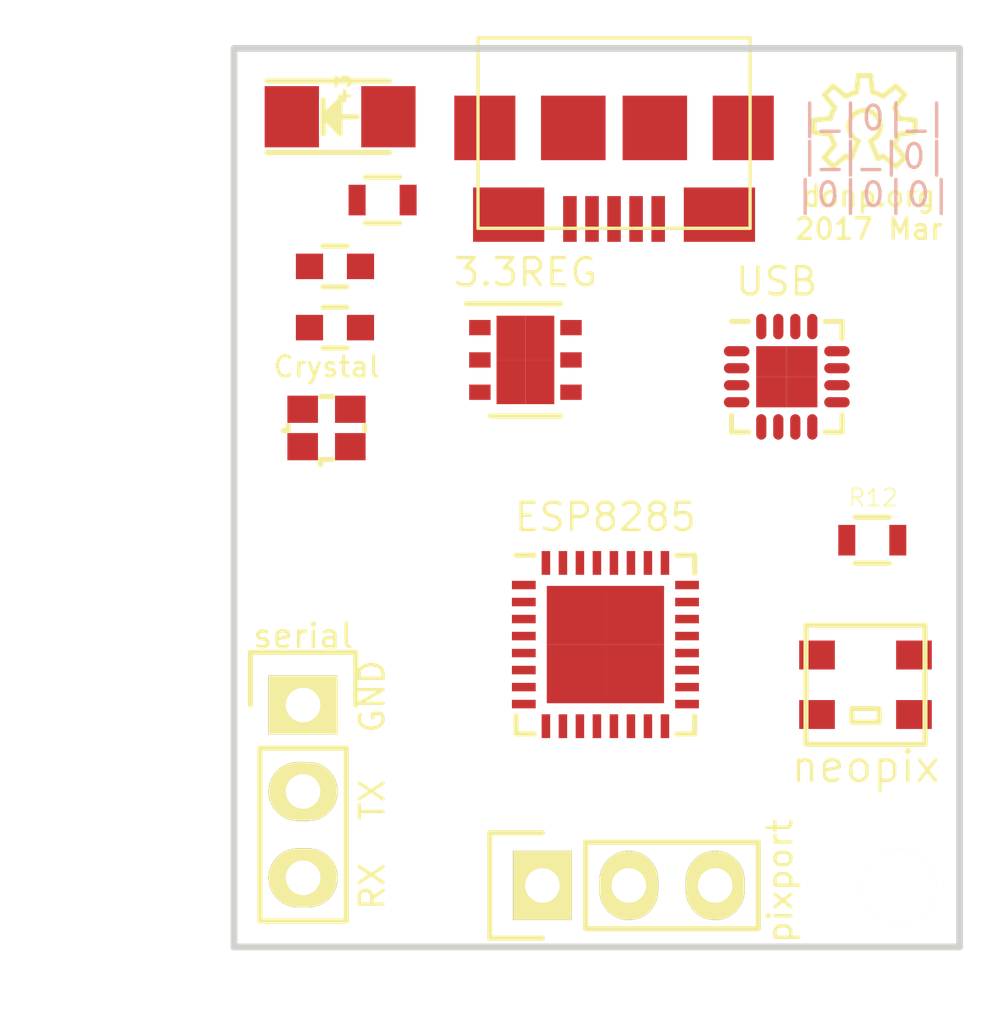
<source format=kicad_pcb>
(kicad_pcb (version 4) (host pcbnew 4.0.5-e0-6337~49~ubuntu16.04.1)

  (general
    (links 0)
    (no_connects 0)
    (area 130.308762 35.5941 160.276192 66.505)
    (thickness 1.6)
    (drawings 10)
    (tracks 0)
    (zones 0)
    (modules 15)
    (nets 1)
  )

  (page A4)
  (layers
    (0 F.Cu signal)
    (31 B.Cu signal)
    (32 B.Adhes user)
    (33 F.Adhes user)
    (34 B.Paste user)
    (35 F.Paste user)
    (36 B.SilkS user)
    (37 F.SilkS user)
    (38 B.Mask user)
    (39 F.Mask user)
    (40 Dwgs.User user)
    (41 Cmts.User user)
    (42 Eco1.User user)
    (43 Eco2.User user)
    (44 Edge.Cuts user)
    (45 Margin user)
    (46 B.CrtYd user)
    (47 F.CrtYd user)
    (48 B.Fab user)
    (49 F.Fab user)
  )

  (setup
    (last_trace_width 0.25)
    (trace_clearance 0.2)
    (zone_clearance 0.508)
    (zone_45_only no)
    (trace_min 0.2)
    (segment_width 0.2)
    (edge_width 0.2)
    (via_size 0.6)
    (via_drill 0.4)
    (via_min_size 0.4)
    (via_min_drill 0.3)
    (uvia_size 0.3)
    (uvia_drill 0.1)
    (uvias_allowed no)
    (uvia_min_size 0.2)
    (uvia_min_drill 0.1)
    (pcb_text_width 0.3)
    (pcb_text_size 1.5 1.5)
    (mod_edge_width 0.15)
    (mod_text_size 1 1)
    (mod_text_width 0.15)
    (pad_size 0.9 0.9)
    (pad_drill 0)
    (pad_to_mask_clearance 0.2)
    (aux_axis_origin 0 0)
    (visible_elements FFFEFF7F)
    (pcbplotparams
      (layerselection 0x010f0_ffffffff)
      (usegerberextensions true)
      (excludeedgelayer true)
      (linewidth 0.100000)
      (plotframeref false)
      (viasonmask false)
      (mode 1)
      (useauxorigin false)
      (hpglpennumber 1)
      (hpglpenspeed 20)
      (hpglpendiameter 15)
      (hpglpenoverlay 2)
      (psnegative false)
      (psa4output false)
      (plotreference true)
      (plotvalue true)
      (plotinvisibletext false)
      (padsonsilk false)
      (subtractmaskfromsilk false)
      (outputformat 1)
      (mirror false)
      (drillshape 0)
      (scaleselection 1)
      (outputdirectory /home/donp/osh/8285))
  )

  (net 0 "")

  (net_class Default "This is the default net class."
    (clearance 0.2)
    (trace_width 0.25)
    (via_dia 0.6)
    (via_drill 0.4)
    (uvia_dia 0.3)
    (uvia_drill 0.1)
  )

  (module Resistors_SMD:R_0603 (layer F.Cu) (tedit 58B31051) (tstamp 58A77A4B)
    (at 150.85 52.05)
    (descr "Resistor SMD 0603, reflow soldering, Vishay (see dcrcw.pdf)")
    (tags "resistor 0603")
    (attr smd)
    (fp_text reference R12 (at 0.026 -1.25) (layer F.SilkS)
      (effects (font (size 0.5 0.5) (thickness 0.05)))
    )
    (fp_text value R_0603 (at 0 1.9) (layer F.Fab)
      (effects (font (size 0.5 0.5) (thickness 0.125)))
    )
    (fp_line (start -1.3 -0.8) (end 1.3 -0.8) (layer F.CrtYd) (width 0.05))
    (fp_line (start -1.3 0.8) (end 1.3 0.8) (layer F.CrtYd) (width 0.05))
    (fp_line (start -1.3 -0.8) (end -1.3 0.8) (layer F.CrtYd) (width 0.05))
    (fp_line (start 1.3 -0.8) (end 1.3 0.8) (layer F.CrtYd) (width 0.05))
    (fp_line (start 0.5 0.675) (end -0.5 0.675) (layer F.SilkS) (width 0.15))
    (fp_line (start -0.5 -0.675) (end 0.5 -0.675) (layer F.SilkS) (width 0.15))
    (pad 1 smd rect (at -0.75 0) (size 0.5 0.9) (layers F.Cu F.Paste F.Mask))
    (pad 2 smd rect (at 0.75 0) (size 0.5 0.9) (layers F.Cu F.Paste F.Mask))
    (model Resistors_SMD.3dshapes/R_0603.wrl
      (at (xyz 0 0 0))
      (scale (xyz 1 1 1))
      (rotate (xyz 0 0 0))
    )
    (model Resistors_SMD.3dshapes/R_0603.wrl
      (at (xyz 0 0 0))
      (scale (xyz 1 1 1))
      (rotate (xyz 0 0 0))
    )
    (model Resistors_SMD.3dshapes/R_0603.wrl
      (at (xyz 0 0 0))
      (scale (xyz 1 1 1))
      (rotate (xyz 0 0 0))
    )
    (model Resistors_SMD.3dshapes/R_0603.wrl
      (at (xyz 0 0 0))
      (scale (xyz 1 1 1))
      (rotate (xyz 0 0 0))
    )
  )

  (module Pin_Headers:Pin_Header_Straight_1x03 (layer F.Cu) (tedit 58B3112C) (tstamp 5857965A)
    (at 141.15 62.2 90)
    (descr "Through hole pin header")
    (tags "pin header")
    (fp_text reference pixport (at 0.127 6.985 90) (layer F.SilkS)
      (effects (font (size 0.7 0.7) (thickness 0.1)))
    )
    (fp_text value "Pin 1x03" (at 0 -3.1 90) (layer F.Fab)
      (effects (font (size 1 1) (thickness 0.15)))
    )
    (fp_line (start -1.75 -1.75) (end -1.75 6.85) (layer F.CrtYd) (width 0.05))
    (fp_line (start 1.75 -1.75) (end 1.75 6.85) (layer F.CrtYd) (width 0.05))
    (fp_line (start -1.75 -1.75) (end 1.75 -1.75) (layer F.CrtYd) (width 0.05))
    (fp_line (start -1.75 6.85) (end 1.75 6.85) (layer F.CrtYd) (width 0.05))
    (fp_line (start -1.27 1.27) (end -1.27 6.35) (layer F.SilkS) (width 0.15))
    (fp_line (start -1.27 6.35) (end 1.27 6.35) (layer F.SilkS) (width 0.15))
    (fp_line (start 1.27 6.35) (end 1.27 1.27) (layer F.SilkS) (width 0.15))
    (fp_line (start 1.55 -1.55) (end 1.55 0) (layer F.SilkS) (width 0.15))
    (fp_line (start 1.27 1.27) (end -1.27 1.27) (layer F.SilkS) (width 0.15))
    (fp_line (start -1.55 0) (end -1.55 -1.55) (layer F.SilkS) (width 0.15))
    (fp_line (start -1.55 -1.55) (end 1.55 -1.55) (layer F.SilkS) (width 0.15))
    (pad 1 thru_hole rect (at 0 0 90) (size 2.032 1.7272) (drill 1.016) (layers *.Cu *.Mask F.SilkS))
    (pad 2 thru_hole oval (at 0 2.54 90) (size 2.032 1.7272) (drill 1.016) (layers *.Cu *.Mask F.SilkS))
    (pad 3 thru_hole oval (at 0 5.08 90) (size 2.032 1.7272) (drill 1.016) (layers *.Cu *.Mask F.SilkS))
    (model Pin_Headers.3dshapes/Pin_Header_Straight_1x03.wrl
      (at (xyz 0 -0.1 0))
      (scale (xyz 1 1 1))
      (rotate (xyz 0 0 90))
    )
    (model Pin_Headers.3dshapes/Pin_Header_Straight_1x03.wrl
      (at (xyz 0 -0.1 0))
      (scale (xyz 1 1 1))
      (rotate (xyz 0 0 90))
    )
    (model Pin_Headers.3dshapes/Pin_Header_Straight_1x03.wrl
      (at (xyz 0 -0.1 0))
      (scale (xyz 1 1 1))
      (rotate (xyz 0 0 90))
    )
    (model Pin_Headers.3dshapes/Pin_Header_Straight_1x03.wrl
      (at (xyz 0 -0.1 0))
      (scale (xyz 1 1 1))
      (rotate (xyz 0 0 90))
    )
  )

  (module Capacitors_SMD:C_0603 (layer F.Cu) (tedit 58570A6C) (tstamp 58570DC9)
    (at 135.05 44)
    (descr "Capacitor SMD 0603, reflow soldering, AVX (see smccp.pdf)")
    (tags "capacitor 0603")
    (attr smd)
    (fp_text reference "" (at 0 -1.9) (layer F.SilkS)
      (effects (font (size 1 1) (thickness 0.15)))
    )
    (fp_text value C_0603 (at 0 1.9) (layer F.Fab)
      (effects (font (size 1 1) (thickness 0.15)))
    )
    (fp_line (start -0.8 0.4) (end -0.8 -0.4) (layer F.Fab) (width 0.15))
    (fp_line (start 0.8 0.4) (end -0.8 0.4) (layer F.Fab) (width 0.15))
    (fp_line (start 0.8 -0.4) (end 0.8 0.4) (layer F.Fab) (width 0.15))
    (fp_line (start -0.8 -0.4) (end 0.8 -0.4) (layer F.Fab) (width 0.15))
    (fp_line (start -1.45 -0.75) (end 1.45 -0.75) (layer F.CrtYd) (width 0.05))
    (fp_line (start -1.45 0.75) (end 1.45 0.75) (layer F.CrtYd) (width 0.05))
    (fp_line (start -1.45 -0.75) (end -1.45 0.75) (layer F.CrtYd) (width 0.05))
    (fp_line (start 1.45 -0.75) (end 1.45 0.75) (layer F.CrtYd) (width 0.05))
    (fp_line (start -0.35 -0.6) (end 0.35 -0.6) (layer F.SilkS) (width 0.15))
    (fp_line (start 0.35 0.6) (end -0.35 0.6) (layer F.SilkS) (width 0.15))
    (pad 1 smd rect (at -0.75 0) (size 0.8 0.75) (layers F.Cu F.Paste F.Mask))
    (pad 2 smd rect (at 0.75 0) (size 0.8 0.75) (layers F.Cu F.Paste F.Mask))
    (model Capacitors_SMD.3dshapes/C_0603.wrl
      (at (xyz 0 0 0))
      (scale (xyz 1 1 1))
      (rotate (xyz 0 0 0))
    )
  )

  (module Mounting_Holes:MountingHole_2.2mm_M2 (layer F.Cu) (tedit 57F1B85D) (tstamp 57BE41E9)
    (at 151.638 62.23)
    (descr "Mounting Hole 2.2mm, no annular, M2")
    (tags "mounting hole 2.2mm no annular m2")
    (fp_text reference "" (at 0 -3.2) (layer F.SilkS)
      (effects (font (size 1 1) (thickness 0.15)))
    )
    (fp_text value Hole_M2 (at 0 3.2) (layer F.Fab)
      (effects (font (size 1 1) (thickness 0.15)))
    )
    (fp_circle (center 0 0) (end 2.2 0) (layer Cmts.User) (width 0.15))
    (fp_circle (center 0 0) (end 2.45 0) (layer F.CrtYd) (width 0.05))
    (pad 1 np_thru_hole circle (at 0 0) (size 2.2 2.2) (drill 2.2) (layers *.Cu *.Mask F.SilkS))
  )

  (module Housings_DFN_QFN:QFN-16-1EP_3x3mm_Pitch0.5mm (layer F.Cu) (tedit 58B30E1A) (tstamp 57DCE270)
    (at 148.336 47.244)
    (descr "16-Lead Plastic Quad Flat, No Lead Package (NG) - 3x3x0.9 mm Body [QFN]; (see Microchip Packaging Specification 00000049BS.pdf)")
    (tags "QFN 0.5")
    (attr smd)
    (fp_text reference USB (at -0.3 -2.8) (layer F.SilkS)
      (effects (font (size 0.8 0.8) (thickness 0.1)))
    )
    (fp_text value QFN-16-3x3 (at 0 2.85) (layer F.Fab)
      (effects (font (size 1 1) (thickness 0.15)))
    )
    (fp_line (start -2.1 -2.1) (end -2.1 2.1) (layer F.CrtYd) (width 0.05))
    (fp_line (start 2.1 -2.1) (end 2.1 2.1) (layer F.CrtYd) (width 0.05))
    (fp_line (start -2.1 -2.1) (end 2.1 -2.1) (layer F.CrtYd) (width 0.05))
    (fp_line (start -2.1 2.1) (end 2.1 2.1) (layer F.CrtYd) (width 0.05))
    (fp_line (start 1.625 -1.625) (end 1.625 -1.125) (layer F.SilkS) (width 0.15))
    (fp_line (start -1.625 1.625) (end -1.625 1.125) (layer F.SilkS) (width 0.15))
    (fp_line (start 1.625 1.625) (end 1.625 1.125) (layer F.SilkS) (width 0.15))
    (fp_line (start -1.625 -1.625) (end -1.125 -1.625) (layer F.SilkS) (width 0.15))
    (fp_line (start -1.625 1.625) (end -1.125 1.625) (layer F.SilkS) (width 0.15))
    (fp_line (start 1.625 1.625) (end 1.125 1.625) (layer F.SilkS) (width 0.15))
    (fp_line (start 1.625 -1.625) (end 1.125 -1.625) (layer F.SilkS) (width 0.15))
    (pad 1 smd oval (at -1.475 -0.75) (size 0.75 0.3) (layers F.Cu F.Paste F.Mask))
    (pad 2 smd oval (at -1.475 -0.25) (size 0.75 0.3) (layers F.Cu F.Paste F.Mask))
    (pad 3 smd oval (at -1.475 0.25) (size 0.75 0.3) (layers F.Cu F.Paste F.Mask))
    (pad 4 smd oval (at -1.475 0.75) (size 0.75 0.3) (layers F.Cu F.Paste F.Mask))
    (pad 5 smd oval (at -0.75 1.475 90) (size 0.75 0.3) (layers F.Cu F.Paste F.Mask))
    (pad 6 smd oval (at -0.25 1.475 90) (size 0.75 0.3) (layers F.Cu F.Paste F.Mask))
    (pad 7 smd oval (at 0.25 1.475 90) (size 0.75 0.3) (layers F.Cu F.Paste F.Mask))
    (pad 8 smd oval (at 0.75 1.475 90) (size 0.75 0.3) (layers F.Cu F.Paste F.Mask))
    (pad 9 smd oval (at 1.475 0.75) (size 0.75 0.3) (layers F.Cu F.Paste F.Mask))
    (pad 10 smd oval (at 1.475 0.25) (size 0.75 0.3) (layers F.Cu F.Paste F.Mask))
    (pad 11 smd oval (at 1.475 -0.25) (size 0.75 0.3) (layers F.Cu F.Paste F.Mask))
    (pad 12 smd oval (at 1.475 -0.75) (size 0.75 0.3) (layers F.Cu F.Paste F.Mask))
    (pad 13 smd oval (at 0.75 -1.475 90) (size 0.75 0.3) (layers F.Cu F.Paste F.Mask))
    (pad 14 smd oval (at 0.25 -1.475 90) (size 0.75 0.3) (layers F.Cu F.Paste F.Mask))
    (pad 15 smd oval (at -0.25 -1.475 90) (size 0.75 0.3) (layers F.Cu F.Paste F.Mask))
    (pad 16 smd oval (at -0.75 -1.475 90) (size 0.75 0.3) (layers F.Cu F.Paste F.Mask))
    (pad 17 smd rect (at 0.45 0.45) (size 0.9 0.9) (layers F.Cu F.Paste F.Mask)
      (solder_paste_margin_ratio -0.2))
    (pad 17 smd rect (at 0.45 -0.45) (size 0.9 0.9) (layers F.Cu F.Paste F.Mask)
      (solder_paste_margin_ratio -0.2))
    (pad 17 smd rect (at -0.45 0.45) (size 0.9 0.9) (layers F.Cu F.Paste F.Mask)
      (solder_paste_margin_ratio -0.2))
    (pad 17 smd rect (at -0.45 -0.45) (size 0.9 0.9) (layers F.Cu F.Paste F.Mask)
      (solder_paste_margin_ratio -0.2))
    (model Housings_DFN_QFN.3dshapes/QFN-16-1EP_3x3mm_Pitch0.5mm.wrl
      (at (xyz 0 0 0))
      (scale (xyz 1 1 1))
      (rotate (xyz 0 0 0))
    )
    (model Housings_DFN_QFN.3dshapes/QFN-16-1EP_3x3mm_Pitch0.5mm.wrl
      (at (xyz 0 0 0))
      (scale (xyz 1 1 1))
      (rotate (xyz 0 0 0))
    )
    (model Housings_DFN_QFN.3dshapes/QFN-16-1EP_3x3mm_Pitch0.5mm.wrl
      (at (xyz 0 0 0))
      (scale (xyz 1 1 1))
      (rotate (xyz 0 0 0))
    )
    (model Housings_DFN_QFN.3dshapes/QFN-16-1EP_3x3mm_Pitch0.5mm.wrl
      (at (xyz 0 0 0))
      (scale (xyz 1 1 1))
      (rotate (xyz 0 0 0))
    )
    (model Housings_DFN_QFN.3dshapes/QFN-16-1EP_3x3mm_Pitch0.5mm.wrl
      (at (xyz 0 0 0))
      (scale (xyz 1 1 1))
      (rotate (xyz 0 0 0))
    )
    (model Housings_DFN_QFN.3dshapes/QFN-16-1EP_3x3mm_Pitch0.5mm.wrl
      (at (xyz 0 0 0))
      (scale (xyz 1 1 1))
      (rotate (xyz 0 0 0))
    )
    (model Housings_DFN_QFN.3dshapes/QFN-16-1EP_3x3mm_Pitch0.5mm.wrl
      (at (xyz 0 0 0))
      (scale (xyz 1 1 1))
      (rotate (xyz 0 0 0))
    )
    (model Housings_DFN_QFN.3dshapes/QFN-16-1EP_3x3mm_Pitch0.5mm.wrl
      (at (xyz 0 0 0))
      (scale (xyz 1 1 1))
      (rotate (xyz 0 0 0))
    )
    (model Housings_DFN_QFN.3dshapes/QFN-16-1EP_3x3mm_Pitch0.5mm.wrl
      (at (xyz 0 0 0))
      (scale (xyz 1 1 1))
      (rotate (xyz 0 0 0))
    )
    (model Housings_DFN_QFN.3dshapes/QFN-16-1EP_3x3mm_Pitch0.5mm.wrl
      (at (xyz 0 0 0))
      (scale (xyz 1 1 1))
      (rotate (xyz 0 0 0))
    )
    (model Housings_DFN_QFN.3dshapes/QFN-16-1EP_3x3mm_Pitch0.5mm.wrl
      (at (xyz 0 0 0))
      (scale (xyz 1 1 1))
      (rotate (xyz 0 0 0))
    )
    (model Housings_DFN_QFN.3dshapes/QFN-16-1EP_3x3mm_Pitch0.5mm.wrl
      (at (xyz 0 0 0))
      (scale (xyz 1 1 1))
      (rotate (xyz 0 0 0))
    )
    (model Housings_DFN_QFN.3dshapes/QFN-16-1EP_3x3mm_Pitch0.5mm.wrl
      (at (xyz 0 0 0))
      (scale (xyz 1 1 1))
      (rotate (xyz 0 0 0))
    )
    (model Housings_DFN_QFN.3dshapes/QFN-16-1EP_3x3mm_Pitch0.5mm.wrl
      (at (xyz 0 0 0))
      (scale (xyz 1 1 1))
      (rotate (xyz 0 0 0))
    )
    (model Housings_DFN_QFN.3dshapes/QFN-16-1EP_3x3mm_Pitch0.5mm.wrl
      (at (xyz 0 0 0))
      (scale (xyz 1 1 1))
      (rotate (xyz 0 0 0))
    )
    (model Housings_DFN_QFN.3dshapes/QFN-16-1EP_3x3mm_Pitch0.5mm.wrl
      (at (xyz 0 0 0))
      (scale (xyz 1 1 1))
      (rotate (xyz 0 0 0))
    )
    (model Housings_DFN_QFN.3dshapes/QFN-16-1EP_3x3mm_Pitch0.5mm.wrl
      (at (xyz 0 0 0))
      (scale (xyz 1 1 1))
      (rotate (xyz 0 0 0))
    )
    (model Housings_DFN_QFN.3dshapes/QFN-16-1EP_3x3mm_Pitch0.5mm.wrl
      (at (xyz 0 0 0))
      (scale (xyz 1 1 1))
      (rotate (xyz 0 0 0))
    )
    (model Housings_DFN_QFN.3dshapes/QFN-16-1EP_3x3mm_Pitch0.5mm.wrl
      (at (xyz 0 0 0))
      (scale (xyz 1 1 1))
      (rotate (xyz 0 0 0))
    )
    (model Housings_DFN_QFN.3dshapes/QFN-16-1EP_3x3mm_Pitch0.5mm.wrl
      (at (xyz 0 0 0))
      (scale (xyz 1 1 1))
      (rotate (xyz 0 0 0))
    )
    (model Housings_DFN_QFN.3dshapes/QFN-16-1EP_3x3mm_Pitch0.5mm.wrl
      (at (xyz 0 0 0))
      (scale (xyz 1 1 1))
      (rotate (xyz 0 0 0))
    )
    (model Housings_DFN_QFN.3dshapes/QFN-16-1EP_3x3mm_Pitch0.5mm.wrl
      (at (xyz 0 0 0))
      (scale (xyz 1 1 1))
      (rotate (xyz 0 0 0))
    )
    (model Housings_DFN_QFN.3dshapes/QFN-16-1EP_3x3mm_Pitch0.5mm.wrl
      (at (xyz 0 0 0))
      (scale (xyz 1 1 1))
      (rotate (xyz 0 0 0))
    )
    (model Housings_DFN_QFN.3dshapes/QFN-16-1EP_3x3mm_Pitch0.5mm.wrl
      (at (xyz 0 0 0))
      (scale (xyz 1 1 1))
      (rotate (xyz 0 0 0))
    )
    (model Housings_DFN_QFN.3dshapes/QFN-16-1EP_3x3mm_Pitch0.5mm.wrl
      (at (xyz 0 0 0))
      (scale (xyz 1 1 1))
      (rotate (xyz 0 0 0))
    )
    (model Housings_DFN_QFN.3dshapes/QFN-16-1EP_3x3mm_Pitch0.5mm.wrl
      (at (xyz 0 0 0))
      (scale (xyz 1 1 1))
      (rotate (xyz 0 0 0))
    )
    (model Housings_DFN_QFN.3dshapes/QFN-16-1EP_3x3mm_Pitch0.5mm.wrl
      (at (xyz 0 0 0))
      (scale (xyz 1 1 1))
      (rotate (xyz 0 0 0))
    )
    (model Housings_DFN_QFN.3dshapes/QFN-16-1EP_3x3mm_Pitch0.5mm.wrl
      (at (xyz 0 0 0))
      (scale (xyz 1 1 1))
      (rotate (xyz 0 0 0))
    )
    (model Housings_DFN_QFN.3dshapes/QFN-16-1EP_3x3mm_Pitch0.5mm.wrl
      (at (xyz 0 0 0))
      (scale (xyz 1 1 1))
      (rotate (xyz 0 0 0))
    )
    (model Housings_DFN_QFN.3dshapes/QFN-16-1EP_3x3mm_Pitch0.5mm.wrl
      (at (xyz 0 0 0))
      (scale (xyz 1 1 1))
      (rotate (xyz 0 0 0))
    )
    (model Housings_DFN_QFN.3dshapes/QFN-16-1EP_3x3mm_Pitch0.5mm.wrl
      (at (xyz 0 0 0))
      (scale (xyz 1 1 1))
      (rotate (xyz 0 0 0))
    )
    (model Housings_DFN_QFN.3dshapes/QFN-16-1EP_3x3mm_Pitch0.5mm.wrl
      (at (xyz 0 0 0))
      (scale (xyz 1 1 1))
      (rotate (xyz 0 0 0))
    )
  )

  (module Resistors_SMD:R_0603 (layer F.Cu) (tedit 57B8D37B) (tstamp 577AC355)
    (at 136.45 42.05)
    (descr "Resistor SMD 0603, reflow soldering, Vishay (see dcrcw.pdf)")
    (tags "resistor 0603")
    (attr smd)
    (fp_text reference "" (at 0 -1.9) (layer F.SilkS)
      (effects (font (size 1 1) (thickness 0.15)))
    )
    (fp_text value R_0603 (at 0 1.9) (layer F.Fab)
      (effects (font (size 0.5 0.5) (thickness 0.125)))
    )
    (fp_line (start -1.3 -0.8) (end 1.3 -0.8) (layer F.CrtYd) (width 0.05))
    (fp_line (start -1.3 0.8) (end 1.3 0.8) (layer F.CrtYd) (width 0.05))
    (fp_line (start -1.3 -0.8) (end -1.3 0.8) (layer F.CrtYd) (width 0.05))
    (fp_line (start 1.3 -0.8) (end 1.3 0.8) (layer F.CrtYd) (width 0.05))
    (fp_line (start 0.5 0.675) (end -0.5 0.675) (layer F.SilkS) (width 0.15))
    (fp_line (start -0.5 -0.675) (end 0.5 -0.675) (layer F.SilkS) (width 0.15))
    (pad 1 smd rect (at -0.75 0) (size 0.5 0.9) (layers F.Cu F.Paste F.Mask))
    (pad 2 smd rect (at 0.75 0) (size 0.5 0.9) (layers F.Cu F.Paste F.Mask))
    (model Resistors_SMD.3dshapes/R_0603.wrl
      (at (xyz 0 0 0))
      (scale (xyz 1 1 1))
      (rotate (xyz 0 0 0))
    )
    (model Resistors_SMD.3dshapes/R_0603.wrl
      (at (xyz 0 0 0))
      (scale (xyz 1 1 1))
      (rotate (xyz 0 0 0))
    )
    (model Resistors_SMD.3dshapes/R_0603.wrl
      (at (xyz 0 0 0))
      (scale (xyz 1 1 1))
      (rotate (xyz 0 0 0))
    )
    (model Resistors_SMD.3dshapes/R_0603.wrl
      (at (xyz 0 0 0))
      (scale (xyz 1 1 1))
      (rotate (xyz 0 0 0))
    )
  )

  (module aalay:aalay-OSHW_LOGO_S (layer F.Cu) (tedit 200000) (tstamp 57B820CA)
    (at 150.622 39.878)
    (attr virtual)
    (fp_text reference "" (at 0 0) (layer F.SilkS)
      (effects (font (thickness 0.15)))
    )
    (fp_text value "" (at 0 0) (layer F.SilkS)
      (effects (font (thickness 0.15)))
    )
    (fp_line (start 0.3937 0.9525) (end 0.5461 0.87376) (layer F.SilkS) (width 0.14986))
    (fp_line (start 0.5461 0.87376) (end 0.92202 1.1811) (layer F.SilkS) (width 0.14986))
    (fp_line (start 0.92202 1.1811) (end 1.1811 0.92202) (layer F.SilkS) (width 0.14986))
    (fp_line (start 1.1811 0.92202) (end 0.87376 0.5461) (layer F.SilkS) (width 0.14986))
    (fp_line (start 0.87376 0.5461) (end 0.9525 0.3937) (layer F.SilkS) (width 0.14986))
    (fp_line (start 0.9525 0.3937) (end 1.0033 0.23114) (layer F.SilkS) (width 0.14986))
    (fp_line (start 1.0033 0.23114) (end 1.48844 0.18034) (layer F.SilkS) (width 0.14986))
    (fp_line (start 1.48844 0.18034) (end 1.48844 -0.18034) (layer F.SilkS) (width 0.14986))
    (fp_line (start 1.48844 -0.18034) (end 1.0033 -0.23114) (layer F.SilkS) (width 0.14986))
    (fp_line (start 1.0033 -0.23114) (end 0.9525 -0.3937) (layer F.SilkS) (width 0.14986))
    (fp_line (start 0.9525 -0.3937) (end 0.87376 -0.5461) (layer F.SilkS) (width 0.14986))
    (fp_line (start 0.87376 -0.5461) (end 1.1811 -0.92202) (layer F.SilkS) (width 0.14986))
    (fp_line (start 1.1811 -0.92202) (end 0.92202 -1.1811) (layer F.SilkS) (width 0.14986))
    (fp_line (start 0.92202 -1.1811) (end 0.5461 -0.87376) (layer F.SilkS) (width 0.14986))
    (fp_line (start 0.5461 -0.87376) (end 0.3937 -0.9525) (layer F.SilkS) (width 0.14986))
    (fp_line (start 0.3937 -0.9525) (end 0.23114 -1.0033) (layer F.SilkS) (width 0.14986))
    (fp_line (start 0.23114 -1.0033) (end 0.18034 -1.48844) (layer F.SilkS) (width 0.14986))
    (fp_line (start 0.18034 -1.48844) (end -0.18034 -1.48844) (layer F.SilkS) (width 0.14986))
    (fp_line (start -0.18034 -1.48844) (end -0.23114 -1.0033) (layer F.SilkS) (width 0.14986))
    (fp_line (start -0.23114 -1.0033) (end -0.3937 -0.9525) (layer F.SilkS) (width 0.14986))
    (fp_line (start -0.3937 -0.9525) (end -0.5461 -0.87376) (layer F.SilkS) (width 0.14986))
    (fp_line (start -0.5461 -0.87376) (end -0.92202 -1.1811) (layer F.SilkS) (width 0.14986))
    (fp_line (start -0.92202 -1.1811) (end -1.1811 -0.92202) (layer F.SilkS) (width 0.14986))
    (fp_line (start -1.1811 -0.92202) (end -0.87376 -0.5461) (layer F.SilkS) (width 0.14986))
    (fp_line (start -0.87376 -0.5461) (end -0.9525 -0.3937) (layer F.SilkS) (width 0.14986))
    (fp_line (start -0.9525 -0.3937) (end -1.0033 -0.23114) (layer F.SilkS) (width 0.14986))
    (fp_line (start -1.0033 -0.23114) (end -1.48844 -0.18034) (layer F.SilkS) (width 0.14986))
    (fp_line (start -1.48844 -0.18034) (end -1.48844 0.18034) (layer F.SilkS) (width 0.14986))
    (fp_line (start -1.48844 0.18034) (end -1.0033 0.23114) (layer F.SilkS) (width 0.14986))
    (fp_line (start -1.0033 0.23114) (end -0.9525 0.3937) (layer F.SilkS) (width 0.14986))
    (fp_line (start -0.9525 0.3937) (end -0.87376 0.5461) (layer F.SilkS) (width 0.14986))
    (fp_line (start -0.87376 0.5461) (end -1.1811 0.92202) (layer F.SilkS) (width 0.14986))
    (fp_line (start -1.1811 0.92202) (end -0.92202 1.1811) (layer F.SilkS) (width 0.14986))
    (fp_line (start -0.92202 1.1811) (end -0.5461 0.87376) (layer F.SilkS) (width 0.14986))
    (fp_line (start -0.5461 0.87376) (end -0.3937 0.9525) (layer F.SilkS) (width 0.14986))
    (fp_line (start -0.3937 0.9525) (end -0.1778 0.4318) (layer F.SilkS) (width 0.14986))
    (fp_line (start -0.1778 0.4318) (end -0.27432 0.37846) (layer F.SilkS) (width 0.14986))
    (fp_line (start -0.27432 0.37846) (end -0.3556 0.30226) (layer F.SilkS) (width 0.14986))
    (fp_line (start -0.3556 0.30226) (end -0.41656 0.21082) (layer F.SilkS) (width 0.14986))
    (fp_line (start -0.41656 0.21082) (end -0.45466 0.10922) (layer F.SilkS) (width 0.14986))
    (fp_line (start -0.45466 0.10922) (end -0.46736 0) (layer F.SilkS) (width 0.14986))
    (fp_line (start -0.46736 0) (end -0.45466 -0.10922) (layer F.SilkS) (width 0.14986))
    (fp_line (start -0.45466 -0.10922) (end -0.41402 -0.2159) (layer F.SilkS) (width 0.14986))
    (fp_line (start -0.41402 -0.2159) (end -0.35052 -0.30734) (layer F.SilkS) (width 0.14986))
    (fp_line (start -0.35052 -0.30734) (end -0.2667 -0.38354) (layer F.SilkS) (width 0.14986))
    (fp_line (start -0.2667 -0.38354) (end -0.16764 -0.43434) (layer F.SilkS) (width 0.14986))
    (fp_line (start -0.16764 -0.43434) (end -0.06096 -0.46228) (layer F.SilkS) (width 0.14986))
    (fp_line (start -0.06096 -0.46228) (end 0.0508 -0.46482) (layer F.SilkS) (width 0.14986))
    (fp_line (start 0.0508 -0.46482) (end 0.16002 -0.43942) (layer F.SilkS) (width 0.14986))
    (fp_line (start 0.16002 -0.43942) (end 0.25908 -0.38862) (layer F.SilkS) (width 0.14986))
    (fp_line (start 0.25908 -0.38862) (end 0.34544 -0.31496) (layer F.SilkS) (width 0.14986))
    (fp_line (start 0.34544 -0.31496) (end 0.40894 -0.22352) (layer F.SilkS) (width 0.14986))
    (fp_line (start 0.40894 -0.22352) (end 0.45212 -0.11938) (layer F.SilkS) (width 0.14986))
    (fp_line (start 0.45212 -0.11938) (end 0.46736 -0.01016) (layer F.SilkS) (width 0.14986))
    (fp_line (start 0.46736 -0.01016) (end 0.4572 0.09906) (layer F.SilkS) (width 0.14986))
    (fp_line (start 0.4572 0.09906) (end 0.4191 0.20574) (layer F.SilkS) (width 0.14986))
    (fp_line (start 0.4191 0.20574) (end 0.35814 0.29972) (layer F.SilkS) (width 0.14986))
    (fp_line (start 0.35814 0.29972) (end 0.27686 0.37592) (layer F.SilkS) (width 0.14986))
    (fp_line (start 0.27686 0.37592) (end 0.1778 0.4318) (layer F.SilkS) (width 0.14986))
    (fp_line (start 0.1778 0.4318) (end 0.3937 0.9525) (layer F.SilkS) (width 0.14986))
  )

  (module open-project:MICRO-B_USB (layer F.Cu) (tedit 57D01EBE) (tstamp 57BAEA7E)
    (at 143.256 38.481 180)
    (fp_text reference "" (at 0 -5.842 180) (layer F.SilkS)
      (effects (font (size 0.762 0.762) (thickness 0.127)))
    )
    (fp_text value "" (at -0.05 2.09 180) (layer F.SilkS)
      (effects (font (size 0.762 0.762) (thickness 0.127)))
    )
    (fp_line (start -4.0005 1.00076) (end -4.0005 1.19888) (layer F.SilkS) (width 0.09906))
    (fp_line (start 4.0005 1.00076) (end 4.0005 1.19888) (layer F.SilkS) (width 0.09906))
    (fp_line (start -4.0005 -4.39928) (end 4.0005 -4.39928) (layer F.SilkS) (width 0.09906))
    (fp_line (start 4.0005 -4.39928) (end 4.0005 1.00076) (layer F.SilkS) (width 0.09906))
    (fp_line (start 4.0005 1.19888) (end -4.0005 1.19888) (layer F.SilkS) (width 0.09906))
    (fp_line (start -4.0005 1.00076) (end -4.0005 -4.39928) (layer F.SilkS) (width 0.09906))
    (pad "" smd rect (at -1.19888 -1.4478 180) (size 1.89738 1.89738) (layers F.Cu F.Paste F.Mask))
    (pad "" smd rect (at 1.19888 -1.4478 180) (size 1.89992 1.89738) (layers F.Cu F.Paste F.Mask))
    (pad "" smd rect (at 3.79984 -1.4478 180) (size 1.79578 1.89738) (layers F.Cu F.Paste F.Mask))
    (pad "" smd rect (at -3.0988 -3.99796 180) (size 2.0955 1.59766) (layers F.Cu F.Paste F.Mask))
    (pad +5 smd rect (at -1.29794 -4.12496 180) (size 0.39878 1.3462) (layers F.Cu F.Paste F.Mask)
      (clearance 0.2032))
    (pad D- smd rect (at -0.6477 -4.12496 180) (size 0.39878 1.3462) (layers F.Cu F.Paste F.Mask)
      (clearance 0.2032))
    (pad D+ smd rect (at 0 -4.12496 180) (size 0.39878 1.3462) (layers F.Cu F.Paste F.Mask)
      (clearance 0.2032))
    (pad ID smd rect (at 0.6477 -4.12496 180) (size 0.39878 1.3462) (layers F.Cu F.Paste F.Mask)
      (clearance 0.2032))
    (pad GND smd rect (at 1.29794 -4.12496 180) (size 0.39878 1.3462) (layers F.Cu F.Paste F.Mask)
      (clearance 0.2032))
    (pad "" smd rect (at 3.0988 -3.99796 180) (size 2.0955 1.59766) (layers F.Cu F.Paste F.Mask))
    (pad "" smd rect (at -3.79984 -1.4478 180) (size 1.79578 1.89738) (layers F.Cu F.Paste F.Mask))
  )

  (module Housings_DFN_QFN:QFN-32-1EP_5x5mm_Pitch0.5mm (layer F.Cu) (tedit 57F1B521) (tstamp 57D2341D)
    (at 143.002 55.118)
    (descr "UH Package; 32-Lead Plastic QFN (5mm x 5mm); (see Linear Technology QFN_32_05-08-1693.pdf)")
    (tags "QFN 0.5")
    (attr smd)
    (fp_text reference ESP8285 (at 0 -3.75) (layer F.SilkS)
      (effects (font (size 0.8 0.8) (thickness 0.1)))
    )
    (fp_text value QFN-32-5x5 (at 0 3.75) (layer F.Fab)
      (effects (font (size 1 1) (thickness 0.15)))
    )
    (fp_line (start -3 -3) (end -3 3) (layer F.CrtYd) (width 0.05))
    (fp_line (start 3 -3) (end 3 3) (layer F.CrtYd) (width 0.05))
    (fp_line (start -3 -3) (end 3 -3) (layer F.CrtYd) (width 0.05))
    (fp_line (start -3 3) (end 3 3) (layer F.CrtYd) (width 0.05))
    (fp_line (start 2.625 -2.625) (end 2.625 -2.1) (layer F.SilkS) (width 0.15))
    (fp_line (start -2.625 2.625) (end -2.625 2.1) (layer F.SilkS) (width 0.15))
    (fp_line (start 2.625 2.625) (end 2.625 2.1) (layer F.SilkS) (width 0.15))
    (fp_line (start -2.625 -2.625) (end -2.1 -2.625) (layer F.SilkS) (width 0.15))
    (fp_line (start -2.625 2.625) (end -2.1 2.625) (layer F.SilkS) (width 0.15))
    (fp_line (start 2.625 2.625) (end 2.1 2.625) (layer F.SilkS) (width 0.15))
    (fp_line (start 2.625 -2.625) (end 2.1 -2.625) (layer F.SilkS) (width 0.15))
    (pad 1 smd rect (at -2.4 -1.75) (size 0.7 0.25) (layers F.Cu F.Paste F.Mask))
    (pad 2 smd rect (at -2.4 -1.25) (size 0.7 0.25) (layers F.Cu F.Paste F.Mask))
    (pad 3 smd rect (at -2.4 -0.75) (size 0.7 0.25) (layers F.Cu F.Paste F.Mask))
    (pad 4 smd rect (at -2.4 -0.25) (size 0.7 0.25) (layers F.Cu F.Paste F.Mask))
    (pad 5 smd rect (at -2.4 0.25) (size 0.7 0.25) (layers F.Cu F.Paste F.Mask))
    (pad 6 smd rect (at -2.4 0.75) (size 0.7 0.25) (layers F.Cu F.Paste F.Mask))
    (pad 7 smd rect (at -2.4 1.25) (size 0.7 0.25) (layers F.Cu F.Paste F.Mask))
    (pad 8 smd rect (at -2.4 1.75) (size 0.7 0.25) (layers F.Cu F.Paste F.Mask))
    (pad 9 smd rect (at -1.75 2.4 90) (size 0.7 0.25) (layers F.Cu F.Paste F.Mask))
    (pad 10 smd rect (at -1.25 2.4 90) (size 0.7 0.25) (layers F.Cu F.Paste F.Mask))
    (pad 11 smd rect (at -0.75 2.4 90) (size 0.7 0.25) (layers F.Cu F.Paste F.Mask))
    (pad 12 smd rect (at -0.25 2.4 90) (size 0.7 0.25) (layers F.Cu F.Paste F.Mask))
    (pad 13 smd rect (at 0.25 2.4 90) (size 0.7 0.25) (layers F.Cu F.Paste F.Mask))
    (pad 14 smd rect (at 0.75 2.4 90) (size 0.7 0.25) (layers F.Cu F.Paste F.Mask))
    (pad 15 smd rect (at 1.25 2.4 90) (size 0.7 0.25) (layers F.Cu F.Paste F.Mask))
    (pad 16 smd rect (at 1.75 2.4 90) (size 0.7 0.25) (layers F.Cu F.Paste F.Mask))
    (pad 17 smd rect (at 2.4 1.75) (size 0.7 0.25) (layers F.Cu F.Paste F.Mask))
    (pad 18 smd rect (at 2.4 1.25) (size 0.7 0.25) (layers F.Cu F.Paste F.Mask))
    (pad 19 smd rect (at 2.4 0.75) (size 0.7 0.25) (layers F.Cu F.Paste F.Mask))
    (pad 20 smd rect (at 2.4 0.25) (size 0.7 0.25) (layers F.Cu F.Paste F.Mask))
    (pad 21 smd rect (at 2.4 -0.25) (size 0.7 0.25) (layers F.Cu F.Paste F.Mask))
    (pad 22 smd rect (at 2.4 -0.75) (size 0.7 0.25) (layers F.Cu F.Paste F.Mask))
    (pad 23 smd rect (at 2.4 -1.25) (size 0.7 0.25) (layers F.Cu F.Paste F.Mask))
    (pad 24 smd rect (at 2.4 -1.75) (size 0.7 0.25) (layers F.Cu F.Paste F.Mask))
    (pad 25 smd rect (at 1.75 -2.4 90) (size 0.7 0.25) (layers F.Cu F.Paste F.Mask))
    (pad 26 smd rect (at 1.25 -2.4 90) (size 0.7 0.25) (layers F.Cu F.Paste F.Mask))
    (pad 27 smd rect (at 0.75 -2.4 90) (size 0.7 0.25) (layers F.Cu F.Paste F.Mask))
    (pad 28 smd rect (at 0.25 -2.4 90) (size 0.7 0.25) (layers F.Cu F.Paste F.Mask))
    (pad 29 smd rect (at -0.25 -2.4 90) (size 0.7 0.25) (layers F.Cu F.Paste F.Mask))
    (pad 30 smd rect (at -0.75 -2.4 90) (size 0.7 0.25) (layers F.Cu F.Paste F.Mask))
    (pad 31 smd rect (at -1.25 -2.4 90) (size 0.7 0.25) (layers F.Cu F.Paste F.Mask))
    (pad 32 smd rect (at -1.75 -2.4 90) (size 0.7 0.25) (layers F.Cu F.Paste F.Mask))
    (pad 33 smd rect (at 0.8625 0.8625) (size 1.725 1.725) (layers F.Cu F.Paste F.Mask)
      (solder_paste_margin_ratio -0.2))
    (pad 33 smd rect (at 0.8625 -0.8625) (size 1.725 1.725) (layers F.Cu F.Paste F.Mask)
      (solder_paste_margin_ratio -0.2))
    (pad 33 smd rect (at -0.8625 0.8625) (size 1.725 1.725) (layers F.Cu F.Paste F.Mask)
      (solder_paste_margin_ratio -0.2))
    (pad 33 smd rect (at -0.8625 -0.8625) (size 1.725 1.725) (layers F.Cu F.Paste F.Mask)
      (solder_paste_margin_ratio -0.2))
    (model Housings_DFN_QFN.3dshapes/QFN-32-1EP_5x5mm_Pitch0.5mm.wrl
      (at (xyz 0 0 0))
      (scale (xyz 1 1 1))
      (rotate (xyz 0 0 0))
    )
  )

  (module Housings_DFN_QFN:DFN-6-1EP_3x3mm_Pitch0.95mm (layer F.Cu) (tedit 57F00E74) (tstamp 57D568BC)
    (at 140.65 46.75)
    (descr "DFN6 3*3 MM, 0.95 PITCH; CASE 506AH-01 (see ON Semiconductor 506AH.PDF)")
    (tags "DFN 0.95")
    (attr smd)
    (fp_text reference 3.3REG (at 0 -2.575) (layer F.SilkS)
      (effects (font (size 0.8 0.8) (thickness 0.1)))
    )
    (fp_text value MIC5524-3.3YMT-TZ (at 0 2.575) (layer F.Fab)
      (effects (font (size 1 1) (thickness 0.15)))
    )
    (fp_line (start -1.9 -1.85) (end -1.9 1.85) (layer F.CrtYd) (width 0.05))
    (fp_line (start 1.9 -1.85) (end 1.9 1.85) (layer F.CrtYd) (width 0.05))
    (fp_line (start -1.9 -1.85) (end 1.9 -1.85) (layer F.CrtYd) (width 0.05))
    (fp_line (start -1.9 1.85) (end 1.9 1.85) (layer F.CrtYd) (width 0.05))
    (fp_line (start -1.025 1.65) (end 1.025 1.65) (layer F.SilkS) (width 0.15))
    (fp_line (start -1.73 -1.65) (end 1.025 -1.65) (layer F.SilkS) (width 0.15))
    (pad 1 smd rect (at -1.34 -0.95) (size 0.63 0.45) (layers F.Cu F.Paste F.Mask))
    (pad 2 smd rect (at -1.34 0) (size 0.63 0.45) (layers F.Cu F.Paste F.Mask))
    (pad 3 smd rect (at -1.34 0.95) (size 0.63 0.45) (layers F.Cu F.Paste F.Mask))
    (pad 4 smd rect (at 1.34 0.95) (size 0.63 0.45) (layers F.Cu F.Paste F.Mask))
    (pad 5 smd rect (at 1.34 0) (size 0.63 0.45) (layers F.Cu F.Paste F.Mask))
    (pad 6 smd rect (at 1.34 -0.95) (size 0.63 0.45) (layers F.Cu F.Paste F.Mask))
    (pad 7 smd rect (at 0.425 0.65) (size 0.85 1.3) (layers F.Cu F.Paste F.Mask)
      (solder_paste_margin_ratio -0.2))
    (pad 7 smd rect (at 0.425 -0.65) (size 0.85 1.3) (layers F.Cu F.Paste F.Mask)
      (solder_paste_margin_ratio -0.2))
    (pad 7 smd rect (at -0.425 0.65) (size 0.85 1.3) (layers F.Cu F.Paste F.Mask)
      (solder_paste_margin_ratio -0.2))
    (pad 7 smd rect (at -0.425 -0.65) (size 0.85 1.3) (layers F.Cu F.Paste F.Mask)
      (solder_paste_margin_ratio -0.2))
    (model Housings_DFN_QFN.3dshapes/DFN-6-1EP_3x3mm_Pitch0.95mm.wrl
      (at (xyz 0 0 0))
      (scale (xyz 1 1 1))
      (rotate (xyz 0 0 0))
    )
    (model Housings_DFN_QFN.3dshapes/DFN-6-1EP_3x3mm_Pitch0.95mm.wrl
      (at (xyz 0 0 0))
      (scale (xyz 1 1 1))
      (rotate (xyz 0 0 0))
    )
  )

  (module Pin_Headers:Pin_Header_Straight_1x03 (layer F.Cu) (tedit 58B31127) (tstamp 57EDF102)
    (at 134.112 56.896)
    (descr "Through hole pin header")
    (tags "pin header")
    (fp_text reference serial (at 0 -2.032) (layer F.SilkS)
      (effects (font (size 0.7 0.7) (thickness 0.1)))
    )
    (fp_text value "Pin 1x03" (at 0 -3.1) (layer F.Fab)
      (effects (font (size 1 1) (thickness 0.15)))
    )
    (fp_line (start -1.75 -1.75) (end -1.75 6.85) (layer F.CrtYd) (width 0.05))
    (fp_line (start 1.75 -1.75) (end 1.75 6.85) (layer F.CrtYd) (width 0.05))
    (fp_line (start -1.75 -1.75) (end 1.75 -1.75) (layer F.CrtYd) (width 0.05))
    (fp_line (start -1.75 6.85) (end 1.75 6.85) (layer F.CrtYd) (width 0.05))
    (fp_line (start -1.27 1.27) (end -1.27 6.35) (layer F.SilkS) (width 0.15))
    (fp_line (start -1.27 6.35) (end 1.27 6.35) (layer F.SilkS) (width 0.15))
    (fp_line (start 1.27 6.35) (end 1.27 1.27) (layer F.SilkS) (width 0.15))
    (fp_line (start 1.55 -1.55) (end 1.55 0) (layer F.SilkS) (width 0.15))
    (fp_line (start 1.27 1.27) (end -1.27 1.27) (layer F.SilkS) (width 0.15))
    (fp_line (start -1.55 0) (end -1.55 -1.55) (layer F.SilkS) (width 0.15))
    (fp_line (start -1.55 -1.55) (end 1.55 -1.55) (layer F.SilkS) (width 0.15))
    (pad 1 thru_hole rect (at 0 0) (size 2.032 1.7272) (drill 1.016) (layers *.Cu *.Mask F.SilkS))
    (pad 2 thru_hole oval (at 0 2.54) (size 2.032 1.7272) (drill 1.016) (layers *.Cu *.Mask F.SilkS))
    (pad 3 thru_hole oval (at 0 5.08) (size 2.032 1.7272) (drill 1.016) (layers *.Cu *.Mask F.SilkS))
    (model Pin_Headers.3dshapes/Pin_Header_Straight_1x03.wrl
      (at (xyz 0 -0.1 0))
      (scale (xyz 1 1 1))
      (rotate (xyz 0 0 90))
    )
    (model Pin_Headers.3dshapes/Pin_Header_Straight_1x03.wrl
      (at (xyz 0 -0.1 0))
      (scale (xyz 1 1 1))
      (rotate (xyz 0 0 90))
    )
    (model Pin_Headers.3dshapes/Pin_Header_Straight_1x03.wrl
      (at (xyz 0 -0.1 0))
      (scale (xyz 1 1 1))
      (rotate (xyz 0 0 90))
    )
    (model Pin_Headers.3dshapes/Pin_Header_Straight_1x03.wrl
      (at (xyz 0 -0.1 0))
      (scale (xyz 1 1 1))
      (rotate (xyz 0 0 90))
    )
  )

  (module LEDs:LED_1206 (layer F.Cu) (tedit 58141517) (tstamp 581415CE)
    (at 135.2 39.6)
    (descr "LED 1206 smd package")
    (tags "LED1206 SMD")
    (attr smd)
    (fp_text reference "" (at 0 -2) (layer F.SilkS)
      (effects (font (size 1 1) (thickness 0.15)))
    )
    (fp_text value LED_1206 (at 0 2) (layer F.Fab)
      (effects (font (size 1 1) (thickness 0.15)))
    )
    (fp_line (start -0.5 -0.5) (end -0.5 0.5) (layer F.Fab) (width 0.15))
    (fp_line (start -0.5 0) (end 0 -0.5) (layer F.Fab) (width 0.15))
    (fp_line (start 0 0.5) (end -0.5 0) (layer F.Fab) (width 0.15))
    (fp_line (start 0 -0.5) (end 0 0.5) (layer F.Fab) (width 0.15))
    (fp_line (start -1.6 0.8) (end -1.6 -0.8) (layer F.Fab) (width 0.15))
    (fp_line (start 1.6 0.8) (end -1.6 0.8) (layer F.Fab) (width 0.15))
    (fp_line (start 1.6 -0.8) (end 1.6 0.8) (layer F.Fab) (width 0.15))
    (fp_line (start -1.6 -0.8) (end 1.6 -0.8) (layer F.Fab) (width 0.15))
    (fp_line (start -2.15 1.05) (end 1.45 1.05) (layer F.SilkS) (width 0.15))
    (fp_line (start -2.15 -1.05) (end 1.45 -1.05) (layer F.SilkS) (width 0.15))
    (fp_line (start -0.1 -0.3) (end -0.1 0.3) (layer F.SilkS) (width 0.15))
    (fp_line (start -0.1 0.3) (end -0.4 0) (layer F.SilkS) (width 0.15))
    (fp_line (start -0.4 0) (end -0.2 -0.2) (layer F.SilkS) (width 0.15))
    (fp_line (start -0.2 -0.2) (end -0.2 0.05) (layer F.SilkS) (width 0.15))
    (fp_line (start -0.2 0.05) (end -0.25 0) (layer F.SilkS) (width 0.15))
    (fp_line (start -0.5 -0.5) (end -0.5 0.5) (layer F.SilkS) (width 0.15))
    (fp_line (start 0 0) (end 0.5 0) (layer F.SilkS) (width 0.15))
    (fp_line (start -0.5 0) (end 0 -0.5) (layer F.SilkS) (width 0.15))
    (fp_line (start 0 -0.5) (end 0 0.5) (layer F.SilkS) (width 0.15))
    (fp_line (start 0 0.5) (end -0.5 0) (layer F.SilkS) (width 0.15))
    (fp_line (start 2.5 -1.25) (end -2.5 -1.25) (layer F.CrtYd) (width 0.05))
    (fp_line (start -2.5 -1.25) (end -2.5 1.25) (layer F.CrtYd) (width 0.05))
    (fp_line (start -2.5 1.25) (end 2.5 1.25) (layer F.CrtYd) (width 0.05))
    (fp_line (start 2.5 1.25) (end 2.5 -1.25) (layer F.CrtYd) (width 0.05))
    (pad 2 smd rect (at 1.41986 0 180) (size 1.59766 1.80086) (layers F.Cu F.Paste F.Mask))
    (pad 1 smd rect (at -1.41986 0 180) (size 1.59766 1.80086) (layers F.Cu F.Paste F.Mask))
    (model LEDs.3dshapes/LED_1206.wrl
      (at (xyz 0 0 0))
      (scale (xyz 1 1 1))
      (rotate (xyz 0 0 180))
    )
  )

  (module Crystals:Crystal_SMD_2016_4Pads (layer F.Cu) (tedit 58B30D75) (tstamp 5855E54A)
    (at 134.8 48.75)
    (descr "Ceramic SMD crystal, 2.0x1.6mm, 4 Pads, http://txccrystal.com/images/pdf/8y.pdf")
    (tags "crystal oscillator quartz SMD SMT 2016")
    (fp_text reference Crystal (at 0 -1.8) (layer F.SilkS)
      (effects (font (size 0.6 0.6) (thickness 0.09)))
    )
    (fp_text value Crystal_SMD_2016_4Pads (at 0 2.5) (layer F.Fab)
      (effects (font (size 1 1) (thickness 0.15)))
    )
    (fp_line (start 1.65 -1.45) (end 1.65 1.45) (layer F.CrtYd) (width 0.05))
    (fp_line (start 1.125 -0.075) (end 1.125 0.075) (layer F.SilkS) (width 0.15))
    (fp_line (start -0.175 -0.925) (end 0.175 -0.925) (layer F.SilkS) (width 0.15))
    (fp_line (start -0.175 0.925) (end -0.175 1.075) (layer F.SilkS) (width 0.15))
    (fp_line (start 0.175 0.925) (end -0.175 0.925) (layer F.SilkS) (width 0.15))
    (fp_line (start -1.125 0.075) (end -1.275 0.075) (layer F.SilkS) (width 0.15))
    (fp_line (start -1.125 -0.075) (end -1.125 0.075) (layer F.SilkS) (width 0.15))
    (fp_line (start -1 0.8) (end 1 0.8) (layer F.Fab) (width 0.05))
    (fp_line (start -1 -0.8) (end 1 -0.8) (layer F.Fab) (width 0.05))
    (fp_line (start -1 -0.8) (end -1 0.8) (layer F.Fab) (width 0.05))
    (fp_line (start 1 -0.8) (end 1 0.8) (layer F.Fab) (width 0.05))
    (fp_line (start -1.65 -1.45) (end -1.65 1.45) (layer F.CrtYd) (width 0.05))
    (fp_line (start -1.65 -1.45) (end 1.65 -1.45) (layer F.CrtYd) (width 0.05))
    (fp_line (start -1.65 1.45) (end 1.65 1.45) (layer F.CrtYd) (width 0.05))
    (pad 1 smd rect (at -0.7 0.55) (size 0.9 0.8) (layers F.Cu F.Paste F.Mask))
    (pad 2 smd rect (at 0.7 0.55) (size 0.9 0.8) (layers F.Cu F.Paste F.Mask))
    (pad 3 smd rect (at 0.7 -0.55) (size 0.9 0.8) (layers F.Cu F.Paste F.Mask))
    (pad 4 smd rect (at -0.7 -0.55) (size 0.9 0.8) (layers F.Cu F.Paste F.Mask))
  )

  (module Capacitors_SMD:C_0603 (layer F.Cu) (tedit 58570A6C) (tstamp 58570DA6)
    (at 135.04926 45.8)
    (descr "Capacitor SMD 0603, reflow soldering, AVX (see smccp.pdf)")
    (tags "capacitor 0603")
    (attr smd)
    (fp_text reference "" (at 0 -1.9) (layer F.SilkS)
      (effects (font (size 1 1) (thickness 0.15)))
    )
    (fp_text value C_0603 (at 0 1.9) (layer F.Fab)
      (effects (font (size 1 1) (thickness 0.15)))
    )
    (fp_line (start -0.8 0.4) (end -0.8 -0.4) (layer F.Fab) (width 0.15))
    (fp_line (start 0.8 0.4) (end -0.8 0.4) (layer F.Fab) (width 0.15))
    (fp_line (start 0.8 -0.4) (end 0.8 0.4) (layer F.Fab) (width 0.15))
    (fp_line (start -0.8 -0.4) (end 0.8 -0.4) (layer F.Fab) (width 0.15))
    (fp_line (start -1.45 -0.75) (end 1.45 -0.75) (layer F.CrtYd) (width 0.05))
    (fp_line (start -1.45 0.75) (end 1.45 0.75) (layer F.CrtYd) (width 0.05))
    (fp_line (start -1.45 -0.75) (end -1.45 0.75) (layer F.CrtYd) (width 0.05))
    (fp_line (start 1.45 -0.75) (end 1.45 0.75) (layer F.CrtYd) (width 0.05))
    (fp_line (start -0.35 -0.6) (end 0.35 -0.6) (layer F.SilkS) (width 0.15))
    (fp_line (start 0.35 0.6) (end -0.35 0.6) (layer F.SilkS) (width 0.15))
    (pad 1 smd rect (at -0.75 0) (size 0.8 0.75) (layers F.Cu F.Paste F.Mask))
    (pad 2 smd rect (at 0.75 0) (size 0.8 0.75) (layers F.Cu F.Paste F.Mask))
    (model Capacitors_SMD.3dshapes/C_0603.wrl
      (at (xyz 0 0 0))
      (scale (xyz 1 1 1))
      (rotate (xyz 0 0 0))
    )
  )

  (module ws2812:3535 (layer F.Cu) (tedit 58B30E11) (tstamp 58574DB7)
    (at 150.65 56.3)
    (fp_text reference neopix (at 0 2.4) (layer F.SilkS)
      (effects (font (size 0.9 0.9) (thickness 0.1)))
    )
    (fp_text value 3535 (at 0.05 -2.2) (layer F.Fab)
      (effects (font (size 1 1) (thickness 0.15)))
    )
    (fp_line (start -0.4 0.7) (end 0.4 0.7) (layer F.SilkS) (width 0.15))
    (fp_line (start 0.4 0.7) (end 0.4 1.1) (layer F.SilkS) (width 0.15))
    (fp_line (start 0.4 1.1) (end -0.4 1.1) (layer F.SilkS) (width 0.15))
    (fp_line (start -0.4 1.1) (end -0.4 0.7) (layer F.SilkS) (width 0.15))
    (fp_line (start 1.75 1.75) (end -1.75 1.75) (layer F.SilkS) (width 0.15))
    (fp_line (start -1.75 1.75) (end -1.75 -1.75) (layer F.SilkS) (width 0.15))
    (fp_line (start 1.75 -1.75) (end 1.75 1.75) (layer F.SilkS) (width 0.15))
    (fp_line (start -1.75 -1.75) (end 1.7 -1.75) (layer F.SilkS) (width 0.15))
    (pad IN smd rect (at 1.325 0.875) (size 1.05 0.85) (drill (offset 0.1 0)) (layers F.Cu F.Paste F.Mask))
    (pad VDD smd rect (at 1.325 -0.875) (size 1.05 0.85) (drill (offset 0.1 0)) (layers F.Cu F.Paste F.Mask))
    (pad GND smd rect (at -1.325 0.875) (size 1.05 0.85) (drill (offset -0.1 0)) (layers F.Cu F.Paste F.Mask))
    (pad OUT smd rect (at -1.325 -0.875) (size 1.05 0.85) (drill (offset -0.1 0)) (layers F.Cu F.Paste F.Mask))
  )

  (gr_text +3 (at 135.3 38.8 90) (layer F.SilkS)
    (effects (font (size 0.4 0.4) (thickness 0.1)))
  )
  (gr_text TX (at 136.144 59.69 90) (layer F.SilkS)
    (effects (font (size 0.7 0.7) (thickness 0.1)))
  )
  (gr_text RX (at 136.144 62.23 90) (layer F.SilkS)
    (effects (font (size 0.7 0.7) (thickness 0.1)))
  )
  (gr_text GND (at 136.144 56.642 90) (layer F.SilkS)
    (effects (font (size 0.7 0.7) (thickness 0.1)))
  )
  (gr_line (start 153.416 37.592) (end 153.416 64.008) (angle 90) (layer Edge.Cuts) (width 0.2))
  (gr_line (start 132.08 37.592) (end 132.08 64.008) (angle 90) (layer Edge.Cuts) (width 0.2))
  (gr_line (start 153.416 64.008) (end 132.08 64.008) (angle 90) (layer Edge.Cuts) (width 0.2))
  (gr_line (start 132.08 37.592) (end 153.416 37.592) (angle 90) (layer Edge.Cuts) (width 0.2))
  (gr_text "|_|0|_|\n|_|_|0|\n|0|0|0|" (at 150.876 40.767) (layer B.SilkS)
    (effects (font (size 0.7 0.7) (thickness 0.1)))
  )
  (gr_text "donp.org\n2017 Mar" (at 150.749 42.418) (layer F.SilkS)
    (effects (font (size 0.6 0.6) (thickness 0.1)))
  )

)

</source>
